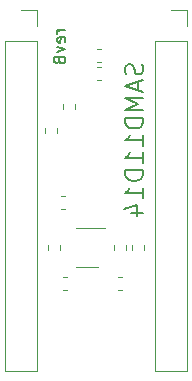
<source format=gbr>
%TF.GenerationSoftware,KiCad,Pcbnew,5.1.8+dfsg1-1~bpo10+1*%
%TF.CreationDate,2020-11-13T08:11:59-08:00*%
%TF.ProjectId,samd11d14_usb-c,73616d64-3131-4643-9134-5f7573622d63,B*%
%TF.SameCoordinates,Original*%
%TF.FileFunction,Legend,Bot*%
%TF.FilePolarity,Positive*%
%FSLAX46Y46*%
G04 Gerber Fmt 4.6, Leading zero omitted, Abs format (unit mm)*
G04 Created by KiCad (PCBNEW 5.1.8+dfsg1-1~bpo10+1) date 2020-11-13 08:11:59*
%MOMM*%
%LPD*%
G01*
G04 APERTURE LIST*
%ADD10C,0.150000*%
%ADD11C,0.203200*%
%ADD12C,0.120000*%
G04 APERTURE END LIST*
D10*
X114244380Y-94377047D02*
X113577714Y-94377047D01*
X113768190Y-94377047D02*
X113672952Y-94424666D01*
X113625333Y-94472285D01*
X113577714Y-94567523D01*
X113577714Y-94662761D01*
X114196761Y-95377047D02*
X114244380Y-95281809D01*
X114244380Y-95091333D01*
X114196761Y-94996095D01*
X114101523Y-94948476D01*
X113720571Y-94948476D01*
X113625333Y-94996095D01*
X113577714Y-95091333D01*
X113577714Y-95281809D01*
X113625333Y-95377047D01*
X113720571Y-95424666D01*
X113815809Y-95424666D01*
X113911047Y-94948476D01*
X113577714Y-95758000D02*
X114244380Y-95996095D01*
X113577714Y-96234190D01*
X113720571Y-96948476D02*
X113768190Y-97091333D01*
X113815809Y-97138952D01*
X113911047Y-97186571D01*
X114053904Y-97186571D01*
X114149142Y-97138952D01*
X114196761Y-97091333D01*
X114244380Y-96996095D01*
X114244380Y-96615142D01*
X113244380Y-96615142D01*
X113244380Y-96948476D01*
X113292000Y-97043714D01*
X113339619Y-97091333D01*
X113434857Y-97138952D01*
X113530095Y-97138952D01*
X113625333Y-97091333D01*
X113672952Y-97043714D01*
X113720571Y-96948476D01*
X113720571Y-96615142D01*
D11*
X120758857Y-97245714D02*
X120831428Y-97463428D01*
X120831428Y-97826285D01*
X120758857Y-97971428D01*
X120686285Y-98044000D01*
X120541142Y-98116571D01*
X120396000Y-98116571D01*
X120250857Y-98044000D01*
X120178285Y-97971428D01*
X120105714Y-97826285D01*
X120033142Y-97536000D01*
X119960571Y-97390857D01*
X119888000Y-97318285D01*
X119742857Y-97245714D01*
X119597714Y-97245714D01*
X119452571Y-97318285D01*
X119380000Y-97390857D01*
X119307428Y-97536000D01*
X119307428Y-97898857D01*
X119380000Y-98116571D01*
X120396000Y-98697142D02*
X120396000Y-99422857D01*
X120831428Y-98552000D02*
X119307428Y-99060000D01*
X120831428Y-99568000D01*
X120831428Y-100076000D02*
X119307428Y-100076000D01*
X120396000Y-100584000D01*
X119307428Y-101092000D01*
X120831428Y-101092000D01*
X120831428Y-101817714D02*
X119307428Y-101817714D01*
X119307428Y-102180571D01*
X119380000Y-102398285D01*
X119525142Y-102543428D01*
X119670285Y-102616000D01*
X119960571Y-102688571D01*
X120178285Y-102688571D01*
X120468571Y-102616000D01*
X120613714Y-102543428D01*
X120758857Y-102398285D01*
X120831428Y-102180571D01*
X120831428Y-101817714D01*
X120831428Y-104140000D02*
X120831428Y-103269142D01*
X120831428Y-103704571D02*
X119307428Y-103704571D01*
X119525142Y-103559428D01*
X119670285Y-103414285D01*
X119742857Y-103269142D01*
X120831428Y-105591428D02*
X120831428Y-104720571D01*
X120831428Y-105156000D02*
X119307428Y-105156000D01*
X119525142Y-105010857D01*
X119670285Y-104865714D01*
X119742857Y-104720571D01*
X120831428Y-106244571D02*
X119307428Y-106244571D01*
X119307428Y-106607428D01*
X119380000Y-106825142D01*
X119525142Y-106970285D01*
X119670285Y-107042857D01*
X119960571Y-107115428D01*
X120178285Y-107115428D01*
X120468571Y-107042857D01*
X120613714Y-106970285D01*
X120758857Y-106825142D01*
X120831428Y-106607428D01*
X120831428Y-106244571D01*
X120831428Y-108566857D02*
X120831428Y-107696000D01*
X120831428Y-108131428D02*
X119307428Y-108131428D01*
X119525142Y-107986285D01*
X119670285Y-107841142D01*
X119742857Y-107696000D01*
X119815428Y-109873142D02*
X120831428Y-109873142D01*
X119234857Y-109510285D02*
X120323428Y-109147428D01*
X120323428Y-110090857D01*
D12*
%TO.C,R106*%
X114217267Y-108456000D02*
X113874733Y-108456000D01*
X114217267Y-109476000D02*
X113874733Y-109476000D01*
%TO.C,U101*%
X116978000Y-114386000D02*
X115178000Y-114386000D01*
X115178000Y-111166000D02*
X117628000Y-111166000D01*
%TO.C,R104*%
X115064000Y-101009267D02*
X115064000Y-100666733D01*
X114044000Y-101009267D02*
X114044000Y-100666733D01*
%TO.C,R105*%
X116922733Y-98554000D02*
X117265267Y-98554000D01*
X116922733Y-97534000D02*
X117265267Y-97534000D01*
%TO.C,C103*%
X113540000Y-103041267D02*
X113540000Y-102698733D01*
X112520000Y-103041267D02*
X112520000Y-102698733D01*
%TO.C,C102*%
X113794000Y-112604733D02*
X113794000Y-112947267D01*
X112774000Y-112604733D02*
X112774000Y-112947267D01*
%TO.C,J103*%
X124520000Y-123250000D02*
X121860000Y-123250000D01*
X124520000Y-95250000D02*
X124520000Y-123250000D01*
X121860000Y-95250000D02*
X121860000Y-123250000D01*
X124520000Y-95250000D02*
X121860000Y-95250000D01*
X124520000Y-93980000D02*
X124520000Y-92650000D01*
X124520000Y-92650000D02*
X123190000Y-92650000D01*
%TO.C,R101*%
X119382000Y-112947267D02*
X119382000Y-112604733D01*
X118362000Y-112947267D02*
X118362000Y-112604733D01*
%TO.C,C104*%
X116922733Y-97030000D02*
X117265267Y-97030000D01*
X116922733Y-96010000D02*
X117265267Y-96010000D01*
%TO.C,C101*%
X119886000Y-112604733D02*
X119886000Y-112947267D01*
X120906000Y-112604733D02*
X120906000Y-112947267D01*
%TO.C,R102*%
X119043267Y-115314000D02*
X118700733Y-115314000D01*
X119043267Y-116334000D02*
X118700733Y-116334000D01*
%TO.C,J102*%
X111820000Y-123250000D02*
X109160000Y-123250000D01*
X111820000Y-95250000D02*
X111820000Y-123250000D01*
X109160000Y-95250000D02*
X109160000Y-123250000D01*
X111820000Y-95250000D02*
X109160000Y-95250000D01*
X111820000Y-93980000D02*
X111820000Y-92650000D01*
X111820000Y-92650000D02*
X110490000Y-92650000D01*
%TO.C,R103*%
X114358267Y-115314000D02*
X114015733Y-115314000D01*
X114358267Y-116334000D02*
X114015733Y-116334000D01*
%TD*%
M02*

</source>
